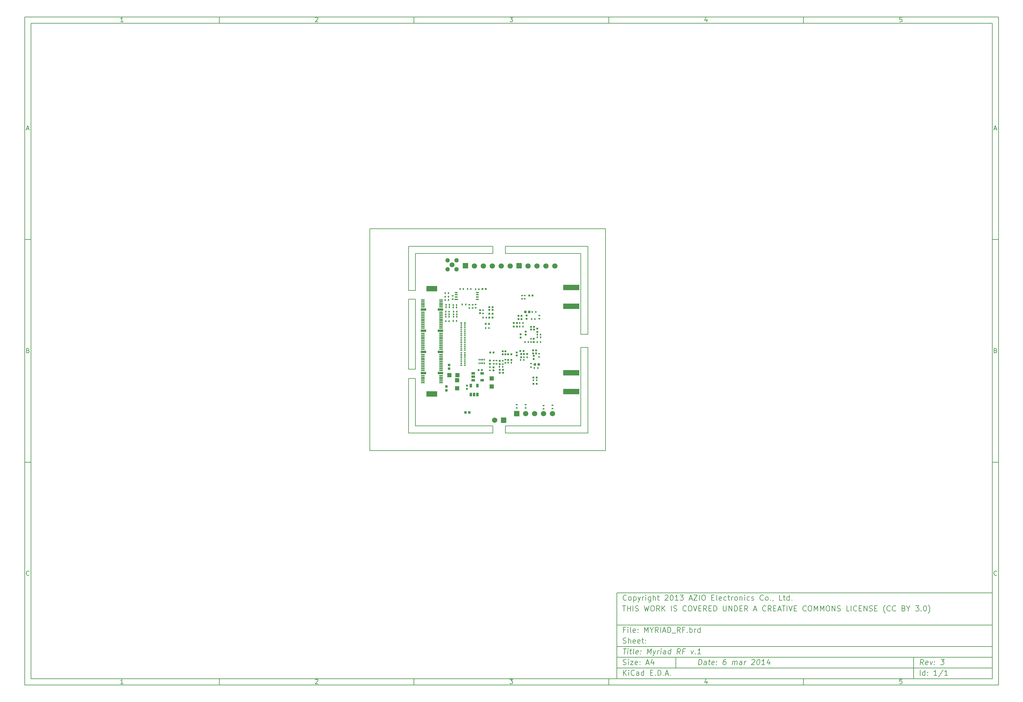
<source format=gbp>
G04 (created by PCBNEW (2013-05-31 BZR 4019)-stable) date 06/03/2014 18:54:47*
%MOIN*%
G04 Gerber Fmt 3.4, Leading zero omitted, Abs format*
%FSLAX34Y34*%
G01*
G70*
G90*
G04 APERTURE LIST*
%ADD10C,0.00590551*%
%ADD11C,0.0077*%
%ADD12R,0.0472X0.051*%
%ADD13R,0.0175X0.0195*%
%ADD14R,0.0195X0.0175*%
%ADD15R,0.0314X0.0275*%
%ADD16R,0.0275X0.0314*%
%ADD17R,0.0195X0.0195*%
%ADD18R,0.051X0.0472*%
%ADD19R,0.1849X0.0589*%
%ADD20C,0.051*%
%ADD21C,0.055*%
%ADD22C,0.0597*%
%ADD23R,0.0597X0.0597*%
%ADD24R,0.0394X0.0138*%
%ADD25O,0.0394X0.0138*%
%ADD26O,0.0394X0.0137*%
%ADD27R,0.0389X0.0271*%
%ADD28R,0.0271X0.0389*%
%ADD29R,0.0432X0.0117*%
%ADD30R,0.0589X0.0275*%
%ADD31R,0.122X0.0629*%
%ADD32R,0.0433X0.0118*%
%ADD33O,0.0235X0.0117*%
%ADD34R,0.0235X0.0117*%
%ADD35O,0.0117X0.0235*%
%ADD36R,0.0117X0.0235*%
G04 APERTURE END LIST*
G54D10*
X4000Y-4000D02*
X112930Y-4000D01*
X112930Y-78680D01*
X4000Y-78680D01*
X4000Y-4000D01*
X4700Y-4700D02*
X112230Y-4700D01*
X112230Y-77980D01*
X4700Y-77980D01*
X4700Y-4700D01*
X25780Y-4000D02*
X25780Y-4700D01*
X15032Y-4552D02*
X14747Y-4552D01*
X14890Y-4552D02*
X14890Y-4052D01*
X14842Y-4123D01*
X14794Y-4171D01*
X14747Y-4195D01*
X25780Y-78680D02*
X25780Y-77980D01*
X15032Y-78532D02*
X14747Y-78532D01*
X14890Y-78532D02*
X14890Y-78032D01*
X14842Y-78103D01*
X14794Y-78151D01*
X14747Y-78175D01*
X47560Y-4000D02*
X47560Y-4700D01*
X36527Y-4100D02*
X36550Y-4076D01*
X36598Y-4052D01*
X36717Y-4052D01*
X36765Y-4076D01*
X36789Y-4100D01*
X36812Y-4147D01*
X36812Y-4195D01*
X36789Y-4266D01*
X36503Y-4552D01*
X36812Y-4552D01*
X47560Y-78680D02*
X47560Y-77980D01*
X36527Y-78080D02*
X36550Y-78056D01*
X36598Y-78032D01*
X36717Y-78032D01*
X36765Y-78056D01*
X36789Y-78080D01*
X36812Y-78127D01*
X36812Y-78175D01*
X36789Y-78246D01*
X36503Y-78532D01*
X36812Y-78532D01*
X69340Y-4000D02*
X69340Y-4700D01*
X58283Y-4052D02*
X58592Y-4052D01*
X58426Y-4242D01*
X58497Y-4242D01*
X58545Y-4266D01*
X58569Y-4290D01*
X58592Y-4338D01*
X58592Y-4457D01*
X58569Y-4504D01*
X58545Y-4528D01*
X58497Y-4552D01*
X58354Y-4552D01*
X58307Y-4528D01*
X58283Y-4504D01*
X69340Y-78680D02*
X69340Y-77980D01*
X58283Y-78032D02*
X58592Y-78032D01*
X58426Y-78222D01*
X58497Y-78222D01*
X58545Y-78246D01*
X58569Y-78270D01*
X58592Y-78318D01*
X58592Y-78437D01*
X58569Y-78484D01*
X58545Y-78508D01*
X58497Y-78532D01*
X58354Y-78532D01*
X58307Y-78508D01*
X58283Y-78484D01*
X91120Y-4000D02*
X91120Y-4700D01*
X80325Y-4219D02*
X80325Y-4552D01*
X80206Y-4028D02*
X80087Y-4385D01*
X80396Y-4385D01*
X91120Y-78680D02*
X91120Y-77980D01*
X80325Y-78199D02*
X80325Y-78532D01*
X80206Y-78008D02*
X80087Y-78365D01*
X80396Y-78365D01*
X102129Y-4052D02*
X101890Y-4052D01*
X101867Y-4290D01*
X101890Y-4266D01*
X101938Y-4242D01*
X102057Y-4242D01*
X102105Y-4266D01*
X102129Y-4290D01*
X102152Y-4338D01*
X102152Y-4457D01*
X102129Y-4504D01*
X102105Y-4528D01*
X102057Y-4552D01*
X101938Y-4552D01*
X101890Y-4528D01*
X101867Y-4504D01*
X102129Y-78032D02*
X101890Y-78032D01*
X101867Y-78270D01*
X101890Y-78246D01*
X101938Y-78222D01*
X102057Y-78222D01*
X102105Y-78246D01*
X102129Y-78270D01*
X102152Y-78318D01*
X102152Y-78437D01*
X102129Y-78484D01*
X102105Y-78508D01*
X102057Y-78532D01*
X101938Y-78532D01*
X101890Y-78508D01*
X101867Y-78484D01*
X4000Y-28890D02*
X4700Y-28890D01*
X4230Y-16509D02*
X4469Y-16509D01*
X4183Y-16652D02*
X4350Y-16152D01*
X4516Y-16652D01*
X112930Y-28890D02*
X112230Y-28890D01*
X112460Y-16509D02*
X112699Y-16509D01*
X112413Y-16652D02*
X112580Y-16152D01*
X112746Y-16652D01*
X4000Y-53780D02*
X4700Y-53780D01*
X4385Y-41280D02*
X4457Y-41304D01*
X4480Y-41328D01*
X4504Y-41375D01*
X4504Y-41447D01*
X4480Y-41494D01*
X4457Y-41518D01*
X4409Y-41542D01*
X4219Y-41542D01*
X4219Y-41042D01*
X4385Y-41042D01*
X4433Y-41066D01*
X4457Y-41090D01*
X4480Y-41137D01*
X4480Y-41185D01*
X4457Y-41232D01*
X4433Y-41256D01*
X4385Y-41280D01*
X4219Y-41280D01*
X112930Y-53780D02*
X112230Y-53780D01*
X112615Y-41280D02*
X112687Y-41304D01*
X112710Y-41328D01*
X112734Y-41375D01*
X112734Y-41447D01*
X112710Y-41494D01*
X112687Y-41518D01*
X112639Y-41542D01*
X112449Y-41542D01*
X112449Y-41042D01*
X112615Y-41042D01*
X112663Y-41066D01*
X112687Y-41090D01*
X112710Y-41137D01*
X112710Y-41185D01*
X112687Y-41232D01*
X112663Y-41256D01*
X112615Y-41280D01*
X112449Y-41280D01*
X4504Y-66384D02*
X4480Y-66408D01*
X4409Y-66432D01*
X4361Y-66432D01*
X4290Y-66408D01*
X4242Y-66360D01*
X4219Y-66313D01*
X4195Y-66218D01*
X4195Y-66146D01*
X4219Y-66051D01*
X4242Y-66003D01*
X4290Y-65956D01*
X4361Y-65932D01*
X4409Y-65932D01*
X4480Y-65956D01*
X4504Y-65980D01*
X112734Y-66384D02*
X112710Y-66408D01*
X112639Y-66432D01*
X112591Y-66432D01*
X112520Y-66408D01*
X112472Y-66360D01*
X112449Y-66313D01*
X112425Y-66218D01*
X112425Y-66146D01*
X112449Y-66051D01*
X112472Y-66003D01*
X112520Y-65956D01*
X112591Y-65932D01*
X112639Y-65932D01*
X112710Y-65956D01*
X112734Y-65980D01*
X79380Y-76422D02*
X79455Y-75822D01*
X79597Y-75822D01*
X79680Y-75851D01*
X79730Y-75908D01*
X79751Y-75965D01*
X79765Y-76080D01*
X79755Y-76165D01*
X79712Y-76280D01*
X79676Y-76337D01*
X79612Y-76394D01*
X79522Y-76422D01*
X79380Y-76422D01*
X80237Y-76422D02*
X80276Y-76108D01*
X80255Y-76051D01*
X80201Y-76022D01*
X80087Y-76022D01*
X80026Y-76051D01*
X80240Y-76394D02*
X80180Y-76422D01*
X80037Y-76422D01*
X79983Y-76394D01*
X79962Y-76337D01*
X79969Y-76280D01*
X80005Y-76222D01*
X80065Y-76194D01*
X80208Y-76194D01*
X80269Y-76165D01*
X80487Y-76022D02*
X80715Y-76022D01*
X80597Y-75822D02*
X80533Y-76337D01*
X80555Y-76394D01*
X80608Y-76422D01*
X80665Y-76422D01*
X81097Y-76394D02*
X81037Y-76422D01*
X80922Y-76422D01*
X80869Y-76394D01*
X80847Y-76337D01*
X80876Y-76108D01*
X80912Y-76051D01*
X80972Y-76022D01*
X81087Y-76022D01*
X81140Y-76051D01*
X81162Y-76108D01*
X81155Y-76165D01*
X80862Y-76222D01*
X81387Y-76365D02*
X81412Y-76394D01*
X81380Y-76422D01*
X81355Y-76394D01*
X81387Y-76365D01*
X81380Y-76422D01*
X81426Y-76051D02*
X81451Y-76080D01*
X81419Y-76108D01*
X81394Y-76080D01*
X81426Y-76051D01*
X81419Y-76108D01*
X82455Y-75822D02*
X82340Y-75822D01*
X82279Y-75851D01*
X82247Y-75880D01*
X82180Y-75965D01*
X82137Y-76080D01*
X82108Y-76308D01*
X82130Y-76365D01*
X82155Y-76394D01*
X82208Y-76422D01*
X82322Y-76422D01*
X82383Y-76394D01*
X82415Y-76365D01*
X82451Y-76308D01*
X82469Y-76165D01*
X82447Y-76108D01*
X82422Y-76080D01*
X82369Y-76051D01*
X82254Y-76051D01*
X82194Y-76080D01*
X82162Y-76108D01*
X82126Y-76165D01*
X83151Y-76422D02*
X83201Y-76022D01*
X83194Y-76080D02*
X83226Y-76051D01*
X83287Y-76022D01*
X83372Y-76022D01*
X83426Y-76051D01*
X83447Y-76108D01*
X83408Y-76422D01*
X83447Y-76108D02*
X83483Y-76051D01*
X83544Y-76022D01*
X83630Y-76022D01*
X83683Y-76051D01*
X83705Y-76108D01*
X83665Y-76422D01*
X84208Y-76422D02*
X84247Y-76108D01*
X84226Y-76051D01*
X84172Y-76022D01*
X84058Y-76022D01*
X83997Y-76051D01*
X84212Y-76394D02*
X84151Y-76422D01*
X84008Y-76422D01*
X83955Y-76394D01*
X83933Y-76337D01*
X83940Y-76280D01*
X83976Y-76222D01*
X84037Y-76194D01*
X84180Y-76194D01*
X84240Y-76165D01*
X84494Y-76422D02*
X84544Y-76022D01*
X84530Y-76137D02*
X84565Y-76080D01*
X84597Y-76051D01*
X84658Y-76022D01*
X84715Y-76022D01*
X85362Y-75880D02*
X85394Y-75851D01*
X85455Y-75822D01*
X85597Y-75822D01*
X85651Y-75851D01*
X85676Y-75880D01*
X85697Y-75937D01*
X85690Y-75994D01*
X85651Y-76080D01*
X85265Y-76422D01*
X85637Y-76422D01*
X86083Y-75822D02*
X86140Y-75822D01*
X86194Y-75851D01*
X86219Y-75880D01*
X86240Y-75937D01*
X86255Y-76051D01*
X86237Y-76194D01*
X86194Y-76308D01*
X86158Y-76365D01*
X86126Y-76394D01*
X86065Y-76422D01*
X86008Y-76422D01*
X85955Y-76394D01*
X85930Y-76365D01*
X85908Y-76308D01*
X85894Y-76194D01*
X85912Y-76051D01*
X85955Y-75937D01*
X85990Y-75880D01*
X86022Y-75851D01*
X86083Y-75822D01*
X86780Y-76422D02*
X86437Y-76422D01*
X86608Y-76422D02*
X86683Y-75822D01*
X86615Y-75908D01*
X86551Y-75965D01*
X86490Y-75994D01*
X87344Y-76022D02*
X87294Y-76422D01*
X87230Y-75794D02*
X87033Y-76222D01*
X87405Y-76222D01*
X70972Y-77622D02*
X70972Y-77022D01*
X71315Y-77622D02*
X71058Y-77280D01*
X71315Y-77022D02*
X70972Y-77365D01*
X71572Y-77622D02*
X71572Y-77222D01*
X71572Y-77022D02*
X71544Y-77051D01*
X71572Y-77080D01*
X71601Y-77051D01*
X71572Y-77022D01*
X71572Y-77080D01*
X72201Y-77565D02*
X72172Y-77594D01*
X72087Y-77622D01*
X72030Y-77622D01*
X71944Y-77594D01*
X71887Y-77537D01*
X71858Y-77480D01*
X71830Y-77365D01*
X71830Y-77280D01*
X71858Y-77165D01*
X71887Y-77108D01*
X71944Y-77051D01*
X72030Y-77022D01*
X72087Y-77022D01*
X72172Y-77051D01*
X72201Y-77080D01*
X72715Y-77622D02*
X72715Y-77308D01*
X72687Y-77251D01*
X72630Y-77222D01*
X72515Y-77222D01*
X72458Y-77251D01*
X72715Y-77594D02*
X72658Y-77622D01*
X72515Y-77622D01*
X72458Y-77594D01*
X72430Y-77537D01*
X72430Y-77480D01*
X72458Y-77422D01*
X72515Y-77394D01*
X72658Y-77394D01*
X72715Y-77365D01*
X73258Y-77622D02*
X73258Y-77022D01*
X73258Y-77594D02*
X73201Y-77622D01*
X73087Y-77622D01*
X73030Y-77594D01*
X73001Y-77565D01*
X72972Y-77508D01*
X72972Y-77337D01*
X73001Y-77280D01*
X73030Y-77251D01*
X73087Y-77222D01*
X73201Y-77222D01*
X73258Y-77251D01*
X74001Y-77308D02*
X74201Y-77308D01*
X74287Y-77622D02*
X74001Y-77622D01*
X74001Y-77022D01*
X74287Y-77022D01*
X74544Y-77565D02*
X74572Y-77594D01*
X74544Y-77622D01*
X74515Y-77594D01*
X74544Y-77565D01*
X74544Y-77622D01*
X74829Y-77622D02*
X74829Y-77022D01*
X74972Y-77022D01*
X75058Y-77051D01*
X75115Y-77108D01*
X75144Y-77165D01*
X75172Y-77280D01*
X75172Y-77365D01*
X75144Y-77480D01*
X75115Y-77537D01*
X75058Y-77594D01*
X74972Y-77622D01*
X74829Y-77622D01*
X75429Y-77565D02*
X75458Y-77594D01*
X75429Y-77622D01*
X75401Y-77594D01*
X75429Y-77565D01*
X75429Y-77622D01*
X75687Y-77451D02*
X75972Y-77451D01*
X75629Y-77622D02*
X75829Y-77022D01*
X76029Y-77622D01*
X76229Y-77565D02*
X76258Y-77594D01*
X76229Y-77622D01*
X76201Y-77594D01*
X76229Y-77565D01*
X76229Y-77622D01*
X104522Y-76422D02*
X104358Y-76137D01*
X104180Y-76422D02*
X104255Y-75822D01*
X104483Y-75822D01*
X104537Y-75851D01*
X104562Y-75880D01*
X104583Y-75937D01*
X104572Y-76022D01*
X104537Y-76080D01*
X104505Y-76108D01*
X104444Y-76137D01*
X104215Y-76137D01*
X105012Y-76394D02*
X104951Y-76422D01*
X104837Y-76422D01*
X104783Y-76394D01*
X104762Y-76337D01*
X104790Y-76108D01*
X104826Y-76051D01*
X104887Y-76022D01*
X105001Y-76022D01*
X105055Y-76051D01*
X105076Y-76108D01*
X105069Y-76165D01*
X104776Y-76222D01*
X105287Y-76022D02*
X105380Y-76422D01*
X105572Y-76022D01*
X105758Y-76365D02*
X105783Y-76394D01*
X105751Y-76422D01*
X105726Y-76394D01*
X105758Y-76365D01*
X105751Y-76422D01*
X105797Y-76051D02*
X105822Y-76080D01*
X105790Y-76108D01*
X105765Y-76080D01*
X105797Y-76051D01*
X105790Y-76108D01*
X106512Y-75822D02*
X106883Y-75822D01*
X106655Y-76051D01*
X106740Y-76051D01*
X106794Y-76080D01*
X106819Y-76108D01*
X106840Y-76165D01*
X106822Y-76308D01*
X106787Y-76365D01*
X106755Y-76394D01*
X106694Y-76422D01*
X106522Y-76422D01*
X106469Y-76394D01*
X106444Y-76365D01*
X70944Y-76394D02*
X71030Y-76422D01*
X71172Y-76422D01*
X71230Y-76394D01*
X71258Y-76365D01*
X71287Y-76308D01*
X71287Y-76251D01*
X71258Y-76194D01*
X71230Y-76165D01*
X71172Y-76137D01*
X71058Y-76108D01*
X71001Y-76080D01*
X70972Y-76051D01*
X70944Y-75994D01*
X70944Y-75937D01*
X70972Y-75880D01*
X71001Y-75851D01*
X71058Y-75822D01*
X71201Y-75822D01*
X71287Y-75851D01*
X71544Y-76422D02*
X71544Y-76022D01*
X71544Y-75822D02*
X71515Y-75851D01*
X71544Y-75880D01*
X71572Y-75851D01*
X71544Y-75822D01*
X71544Y-75880D01*
X71772Y-76022D02*
X72087Y-76022D01*
X71772Y-76422D01*
X72087Y-76422D01*
X72544Y-76394D02*
X72487Y-76422D01*
X72372Y-76422D01*
X72315Y-76394D01*
X72287Y-76337D01*
X72287Y-76108D01*
X72315Y-76051D01*
X72372Y-76022D01*
X72487Y-76022D01*
X72544Y-76051D01*
X72572Y-76108D01*
X72572Y-76165D01*
X72287Y-76222D01*
X72830Y-76365D02*
X72858Y-76394D01*
X72830Y-76422D01*
X72801Y-76394D01*
X72830Y-76365D01*
X72830Y-76422D01*
X72830Y-76051D02*
X72858Y-76080D01*
X72830Y-76108D01*
X72801Y-76080D01*
X72830Y-76051D01*
X72830Y-76108D01*
X73544Y-76251D02*
X73830Y-76251D01*
X73487Y-76422D02*
X73687Y-75822D01*
X73887Y-76422D01*
X74344Y-76022D02*
X74344Y-76422D01*
X74201Y-75794D02*
X74058Y-76222D01*
X74430Y-76222D01*
X104172Y-77622D02*
X104172Y-77022D01*
X104715Y-77622D02*
X104715Y-77022D01*
X104715Y-77594D02*
X104658Y-77622D01*
X104544Y-77622D01*
X104487Y-77594D01*
X104458Y-77565D01*
X104430Y-77508D01*
X104430Y-77337D01*
X104458Y-77280D01*
X104487Y-77251D01*
X104544Y-77222D01*
X104658Y-77222D01*
X104715Y-77251D01*
X105001Y-77565D02*
X105030Y-77594D01*
X105001Y-77622D01*
X104972Y-77594D01*
X105001Y-77565D01*
X105001Y-77622D01*
X105001Y-77251D02*
X105030Y-77280D01*
X105001Y-77308D01*
X104972Y-77280D01*
X105001Y-77251D01*
X105001Y-77308D01*
X106058Y-77622D02*
X105715Y-77622D01*
X105887Y-77622D02*
X105887Y-77022D01*
X105829Y-77108D01*
X105772Y-77165D01*
X105715Y-77194D01*
X106744Y-76994D02*
X106230Y-77765D01*
X107258Y-77622D02*
X106915Y-77622D01*
X107087Y-77622D02*
X107087Y-77022D01*
X107029Y-77108D01*
X106972Y-77165D01*
X106915Y-77194D01*
X70969Y-74622D02*
X71312Y-74622D01*
X71065Y-75222D02*
X71140Y-74622D01*
X71437Y-75222D02*
X71487Y-74822D01*
X71512Y-74622D02*
X71480Y-74651D01*
X71505Y-74680D01*
X71537Y-74651D01*
X71512Y-74622D01*
X71505Y-74680D01*
X71687Y-74822D02*
X71915Y-74822D01*
X71797Y-74622D02*
X71733Y-75137D01*
X71755Y-75194D01*
X71808Y-75222D01*
X71865Y-75222D01*
X72151Y-75222D02*
X72097Y-75194D01*
X72076Y-75137D01*
X72140Y-74622D01*
X72612Y-75194D02*
X72551Y-75222D01*
X72437Y-75222D01*
X72383Y-75194D01*
X72362Y-75137D01*
X72390Y-74908D01*
X72426Y-74851D01*
X72487Y-74822D01*
X72601Y-74822D01*
X72655Y-74851D01*
X72676Y-74908D01*
X72669Y-74965D01*
X72376Y-75022D01*
X72901Y-75165D02*
X72926Y-75194D01*
X72894Y-75222D01*
X72869Y-75194D01*
X72901Y-75165D01*
X72894Y-75222D01*
X72940Y-74851D02*
X72965Y-74880D01*
X72933Y-74908D01*
X72908Y-74880D01*
X72940Y-74851D01*
X72933Y-74908D01*
X73637Y-75222D02*
X73712Y-74622D01*
X73858Y-75051D01*
X74112Y-74622D01*
X74037Y-75222D01*
X74315Y-74822D02*
X74408Y-75222D01*
X74601Y-74822D02*
X74408Y-75222D01*
X74333Y-75365D01*
X74301Y-75394D01*
X74240Y-75422D01*
X74780Y-75222D02*
X74830Y-74822D01*
X74815Y-74937D02*
X74851Y-74880D01*
X74883Y-74851D01*
X74944Y-74822D01*
X75001Y-74822D01*
X75151Y-75222D02*
X75201Y-74822D01*
X75226Y-74622D02*
X75194Y-74651D01*
X75219Y-74680D01*
X75251Y-74651D01*
X75226Y-74622D01*
X75219Y-74680D01*
X75694Y-75222D02*
X75733Y-74908D01*
X75712Y-74851D01*
X75658Y-74822D01*
X75544Y-74822D01*
X75483Y-74851D01*
X75697Y-75194D02*
X75637Y-75222D01*
X75494Y-75222D01*
X75440Y-75194D01*
X75419Y-75137D01*
X75426Y-75080D01*
X75462Y-75022D01*
X75522Y-74994D01*
X75665Y-74994D01*
X75726Y-74965D01*
X76237Y-75222D02*
X76312Y-74622D01*
X76240Y-75194D02*
X76180Y-75222D01*
X76065Y-75222D01*
X76012Y-75194D01*
X75987Y-75165D01*
X75965Y-75108D01*
X75987Y-74937D01*
X76022Y-74880D01*
X76055Y-74851D01*
X76115Y-74822D01*
X76230Y-74822D01*
X76283Y-74851D01*
X77322Y-75222D02*
X77158Y-74937D01*
X76980Y-75222D02*
X77055Y-74622D01*
X77283Y-74622D01*
X77337Y-74651D01*
X77362Y-74680D01*
X77383Y-74737D01*
X77372Y-74822D01*
X77337Y-74880D01*
X77305Y-74908D01*
X77244Y-74937D01*
X77015Y-74937D01*
X77819Y-74908D02*
X77619Y-74908D01*
X77580Y-75222D02*
X77655Y-74622D01*
X77940Y-74622D01*
X78544Y-74822D02*
X78637Y-75222D01*
X78830Y-74822D01*
X79015Y-75165D02*
X79040Y-75194D01*
X79008Y-75222D01*
X78983Y-75194D01*
X79015Y-75165D01*
X79008Y-75222D01*
X79608Y-75222D02*
X79265Y-75222D01*
X79437Y-75222D02*
X79512Y-74622D01*
X79444Y-74708D01*
X79380Y-74765D01*
X79319Y-74794D01*
X71172Y-72508D02*
X70972Y-72508D01*
X70972Y-72822D02*
X70972Y-72222D01*
X71258Y-72222D01*
X71487Y-72822D02*
X71487Y-72422D01*
X71487Y-72222D02*
X71458Y-72251D01*
X71487Y-72280D01*
X71515Y-72251D01*
X71487Y-72222D01*
X71487Y-72280D01*
X71858Y-72822D02*
X71801Y-72794D01*
X71772Y-72737D01*
X71772Y-72222D01*
X72315Y-72794D02*
X72258Y-72822D01*
X72144Y-72822D01*
X72087Y-72794D01*
X72058Y-72737D01*
X72058Y-72508D01*
X72087Y-72451D01*
X72144Y-72422D01*
X72258Y-72422D01*
X72315Y-72451D01*
X72344Y-72508D01*
X72344Y-72565D01*
X72058Y-72622D01*
X72601Y-72765D02*
X72630Y-72794D01*
X72601Y-72822D01*
X72572Y-72794D01*
X72601Y-72765D01*
X72601Y-72822D01*
X72601Y-72451D02*
X72630Y-72480D01*
X72601Y-72508D01*
X72572Y-72480D01*
X72601Y-72451D01*
X72601Y-72508D01*
X73344Y-72822D02*
X73344Y-72222D01*
X73544Y-72651D01*
X73744Y-72222D01*
X73744Y-72822D01*
X74144Y-72537D02*
X74144Y-72822D01*
X73944Y-72222D02*
X74144Y-72537D01*
X74344Y-72222D01*
X74887Y-72822D02*
X74687Y-72537D01*
X74544Y-72822D02*
X74544Y-72222D01*
X74772Y-72222D01*
X74830Y-72251D01*
X74858Y-72280D01*
X74887Y-72337D01*
X74887Y-72422D01*
X74858Y-72480D01*
X74830Y-72508D01*
X74772Y-72537D01*
X74544Y-72537D01*
X75144Y-72822D02*
X75144Y-72222D01*
X75401Y-72651D02*
X75687Y-72651D01*
X75344Y-72822D02*
X75544Y-72222D01*
X75744Y-72822D01*
X75944Y-72822D02*
X75944Y-72222D01*
X76087Y-72222D01*
X76172Y-72251D01*
X76230Y-72308D01*
X76258Y-72365D01*
X76287Y-72480D01*
X76287Y-72565D01*
X76258Y-72680D01*
X76230Y-72737D01*
X76172Y-72794D01*
X76087Y-72822D01*
X75944Y-72822D01*
X76401Y-72880D02*
X76858Y-72880D01*
X77344Y-72822D02*
X77144Y-72537D01*
X77001Y-72822D02*
X77001Y-72222D01*
X77230Y-72222D01*
X77287Y-72251D01*
X77315Y-72280D01*
X77344Y-72337D01*
X77344Y-72422D01*
X77315Y-72480D01*
X77287Y-72508D01*
X77230Y-72537D01*
X77001Y-72537D01*
X77801Y-72508D02*
X77601Y-72508D01*
X77601Y-72822D02*
X77601Y-72222D01*
X77887Y-72222D01*
X78115Y-72765D02*
X78144Y-72794D01*
X78115Y-72822D01*
X78087Y-72794D01*
X78115Y-72765D01*
X78115Y-72822D01*
X78401Y-72822D02*
X78401Y-72222D01*
X78401Y-72451D02*
X78458Y-72422D01*
X78572Y-72422D01*
X78630Y-72451D01*
X78658Y-72480D01*
X78687Y-72537D01*
X78687Y-72708D01*
X78658Y-72765D01*
X78630Y-72794D01*
X78572Y-72822D01*
X78458Y-72822D01*
X78401Y-72794D01*
X78944Y-72822D02*
X78944Y-72422D01*
X78944Y-72537D02*
X78972Y-72480D01*
X79001Y-72451D01*
X79058Y-72422D01*
X79115Y-72422D01*
X79572Y-72822D02*
X79572Y-72222D01*
X79572Y-72794D02*
X79515Y-72822D01*
X79401Y-72822D01*
X79344Y-72794D01*
X79315Y-72765D01*
X79287Y-72708D01*
X79287Y-72537D01*
X79315Y-72480D01*
X79344Y-72451D01*
X79401Y-72422D01*
X79515Y-72422D01*
X79572Y-72451D01*
X70944Y-73994D02*
X71030Y-74022D01*
X71172Y-74022D01*
X71230Y-73994D01*
X71258Y-73965D01*
X71287Y-73908D01*
X71287Y-73851D01*
X71258Y-73794D01*
X71230Y-73765D01*
X71172Y-73737D01*
X71058Y-73708D01*
X71001Y-73680D01*
X70972Y-73651D01*
X70944Y-73594D01*
X70944Y-73537D01*
X70972Y-73480D01*
X71001Y-73451D01*
X71058Y-73422D01*
X71201Y-73422D01*
X71287Y-73451D01*
X71544Y-74022D02*
X71544Y-73422D01*
X71801Y-74022D02*
X71801Y-73708D01*
X71772Y-73651D01*
X71715Y-73622D01*
X71630Y-73622D01*
X71572Y-73651D01*
X71544Y-73680D01*
X72315Y-73994D02*
X72258Y-74022D01*
X72144Y-74022D01*
X72087Y-73994D01*
X72058Y-73937D01*
X72058Y-73708D01*
X72087Y-73651D01*
X72144Y-73622D01*
X72258Y-73622D01*
X72315Y-73651D01*
X72344Y-73708D01*
X72344Y-73765D01*
X72058Y-73822D01*
X72830Y-73994D02*
X72772Y-74022D01*
X72658Y-74022D01*
X72601Y-73994D01*
X72572Y-73937D01*
X72572Y-73708D01*
X72601Y-73651D01*
X72658Y-73622D01*
X72772Y-73622D01*
X72830Y-73651D01*
X72858Y-73708D01*
X72858Y-73765D01*
X72572Y-73822D01*
X73030Y-73622D02*
X73258Y-73622D01*
X73115Y-73422D02*
X73115Y-73937D01*
X73144Y-73994D01*
X73201Y-74022D01*
X73258Y-74022D01*
X73458Y-73965D02*
X73487Y-73994D01*
X73458Y-74022D01*
X73430Y-73994D01*
X73458Y-73965D01*
X73458Y-74022D01*
X73458Y-73651D02*
X73487Y-73680D01*
X73458Y-73708D01*
X73430Y-73680D01*
X73458Y-73651D01*
X73458Y-73708D01*
X70887Y-69822D02*
X71230Y-69822D01*
X71058Y-70422D02*
X71058Y-69822D01*
X71430Y-70422D02*
X71430Y-69822D01*
X71430Y-70108D02*
X71772Y-70108D01*
X71772Y-70422D02*
X71772Y-69822D01*
X72058Y-70422D02*
X72058Y-69822D01*
X72315Y-70394D02*
X72401Y-70422D01*
X72544Y-70422D01*
X72601Y-70394D01*
X72629Y-70365D01*
X72658Y-70308D01*
X72658Y-70251D01*
X72629Y-70194D01*
X72601Y-70165D01*
X72544Y-70137D01*
X72429Y-70108D01*
X72372Y-70080D01*
X72344Y-70051D01*
X72315Y-69994D01*
X72315Y-69937D01*
X72344Y-69880D01*
X72372Y-69851D01*
X72429Y-69822D01*
X72572Y-69822D01*
X72658Y-69851D01*
X73315Y-69822D02*
X73458Y-70422D01*
X73572Y-69994D01*
X73687Y-70422D01*
X73830Y-69822D01*
X74172Y-69822D02*
X74287Y-69822D01*
X74344Y-69851D01*
X74401Y-69908D01*
X74430Y-70022D01*
X74430Y-70222D01*
X74401Y-70337D01*
X74344Y-70394D01*
X74287Y-70422D01*
X74172Y-70422D01*
X74115Y-70394D01*
X74058Y-70337D01*
X74030Y-70222D01*
X74030Y-70022D01*
X74058Y-69908D01*
X74115Y-69851D01*
X74172Y-69822D01*
X75029Y-70422D02*
X74829Y-70137D01*
X74687Y-70422D02*
X74687Y-69822D01*
X74915Y-69822D01*
X74972Y-69851D01*
X75001Y-69880D01*
X75029Y-69937D01*
X75029Y-70022D01*
X75001Y-70080D01*
X74972Y-70108D01*
X74915Y-70137D01*
X74687Y-70137D01*
X75287Y-70422D02*
X75287Y-69822D01*
X75629Y-70422D02*
X75372Y-70080D01*
X75629Y-69822D02*
X75287Y-70165D01*
X76344Y-70422D02*
X76344Y-69822D01*
X76601Y-70394D02*
X76687Y-70422D01*
X76829Y-70422D01*
X76887Y-70394D01*
X76915Y-70365D01*
X76944Y-70308D01*
X76944Y-70251D01*
X76915Y-70194D01*
X76887Y-70165D01*
X76829Y-70137D01*
X76715Y-70108D01*
X76658Y-70080D01*
X76629Y-70051D01*
X76601Y-69994D01*
X76601Y-69937D01*
X76629Y-69880D01*
X76658Y-69851D01*
X76715Y-69822D01*
X76858Y-69822D01*
X76944Y-69851D01*
X78001Y-70365D02*
X77972Y-70394D01*
X77887Y-70422D01*
X77830Y-70422D01*
X77744Y-70394D01*
X77687Y-70337D01*
X77658Y-70280D01*
X77630Y-70165D01*
X77630Y-70080D01*
X77658Y-69965D01*
X77687Y-69908D01*
X77744Y-69851D01*
X77830Y-69822D01*
X77887Y-69822D01*
X77972Y-69851D01*
X78001Y-69880D01*
X78372Y-69822D02*
X78487Y-69822D01*
X78544Y-69851D01*
X78601Y-69908D01*
X78630Y-70022D01*
X78630Y-70222D01*
X78601Y-70337D01*
X78544Y-70394D01*
X78487Y-70422D01*
X78372Y-70422D01*
X78315Y-70394D01*
X78258Y-70337D01*
X78230Y-70222D01*
X78230Y-70022D01*
X78258Y-69908D01*
X78315Y-69851D01*
X78372Y-69822D01*
X78801Y-69822D02*
X79001Y-70422D01*
X79201Y-69822D01*
X79401Y-70108D02*
X79601Y-70108D01*
X79687Y-70422D02*
X79401Y-70422D01*
X79401Y-69822D01*
X79687Y-69822D01*
X80287Y-70422D02*
X80087Y-70137D01*
X79944Y-70422D02*
X79944Y-69822D01*
X80172Y-69822D01*
X80229Y-69851D01*
X80258Y-69880D01*
X80287Y-69937D01*
X80287Y-70022D01*
X80258Y-70080D01*
X80229Y-70108D01*
X80172Y-70137D01*
X79944Y-70137D01*
X80544Y-70108D02*
X80744Y-70108D01*
X80829Y-70422D02*
X80544Y-70422D01*
X80544Y-69822D01*
X80829Y-69822D01*
X81087Y-70422D02*
X81087Y-69822D01*
X81229Y-69822D01*
X81315Y-69851D01*
X81372Y-69908D01*
X81401Y-69965D01*
X81429Y-70080D01*
X81429Y-70165D01*
X81401Y-70280D01*
X81372Y-70337D01*
X81315Y-70394D01*
X81229Y-70422D01*
X81087Y-70422D01*
X82144Y-69822D02*
X82144Y-70308D01*
X82172Y-70365D01*
X82201Y-70394D01*
X82258Y-70422D01*
X82372Y-70422D01*
X82429Y-70394D01*
X82458Y-70365D01*
X82487Y-70308D01*
X82487Y-69822D01*
X82772Y-70422D02*
X82772Y-69822D01*
X83115Y-70422D01*
X83115Y-69822D01*
X83401Y-70422D02*
X83401Y-69822D01*
X83544Y-69822D01*
X83629Y-69851D01*
X83687Y-69908D01*
X83715Y-69965D01*
X83744Y-70080D01*
X83744Y-70165D01*
X83715Y-70280D01*
X83687Y-70337D01*
X83629Y-70394D01*
X83544Y-70422D01*
X83401Y-70422D01*
X84001Y-70108D02*
X84201Y-70108D01*
X84287Y-70422D02*
X84001Y-70422D01*
X84001Y-69822D01*
X84287Y-69822D01*
X84887Y-70422D02*
X84687Y-70137D01*
X84544Y-70422D02*
X84544Y-69822D01*
X84772Y-69822D01*
X84829Y-69851D01*
X84858Y-69880D01*
X84887Y-69937D01*
X84887Y-70022D01*
X84858Y-70080D01*
X84829Y-70108D01*
X84772Y-70137D01*
X84544Y-70137D01*
X85572Y-70251D02*
X85858Y-70251D01*
X85515Y-70422D02*
X85715Y-69822D01*
X85915Y-70422D01*
X86915Y-70365D02*
X86887Y-70394D01*
X86801Y-70422D01*
X86744Y-70422D01*
X86658Y-70394D01*
X86601Y-70337D01*
X86572Y-70280D01*
X86544Y-70165D01*
X86544Y-70080D01*
X86572Y-69965D01*
X86601Y-69908D01*
X86658Y-69851D01*
X86744Y-69822D01*
X86801Y-69822D01*
X86887Y-69851D01*
X86915Y-69880D01*
X87515Y-70422D02*
X87315Y-70137D01*
X87172Y-70422D02*
X87172Y-69822D01*
X87401Y-69822D01*
X87458Y-69851D01*
X87487Y-69880D01*
X87515Y-69937D01*
X87515Y-70022D01*
X87487Y-70080D01*
X87458Y-70108D01*
X87401Y-70137D01*
X87172Y-70137D01*
X87772Y-70108D02*
X87972Y-70108D01*
X88058Y-70422D02*
X87772Y-70422D01*
X87772Y-69822D01*
X88058Y-69822D01*
X88287Y-70251D02*
X88572Y-70251D01*
X88229Y-70422D02*
X88429Y-69822D01*
X88629Y-70422D01*
X88744Y-69822D02*
X89087Y-69822D01*
X88915Y-70422D02*
X88915Y-69822D01*
X89287Y-70422D02*
X89287Y-69822D01*
X89487Y-69822D02*
X89687Y-70422D01*
X89887Y-69822D01*
X90087Y-70108D02*
X90287Y-70108D01*
X90372Y-70422D02*
X90087Y-70422D01*
X90087Y-69822D01*
X90372Y-69822D01*
X91429Y-70365D02*
X91401Y-70394D01*
X91315Y-70422D01*
X91258Y-70422D01*
X91172Y-70394D01*
X91115Y-70337D01*
X91087Y-70280D01*
X91058Y-70165D01*
X91058Y-70080D01*
X91087Y-69965D01*
X91115Y-69908D01*
X91172Y-69851D01*
X91258Y-69822D01*
X91315Y-69822D01*
X91401Y-69851D01*
X91429Y-69880D01*
X91801Y-69822D02*
X91915Y-69822D01*
X91972Y-69851D01*
X92029Y-69908D01*
X92058Y-70022D01*
X92058Y-70222D01*
X92029Y-70337D01*
X91972Y-70394D01*
X91915Y-70422D01*
X91801Y-70422D01*
X91744Y-70394D01*
X91687Y-70337D01*
X91658Y-70222D01*
X91658Y-70022D01*
X91687Y-69908D01*
X91744Y-69851D01*
X91801Y-69822D01*
X92315Y-70422D02*
X92315Y-69822D01*
X92515Y-70251D01*
X92715Y-69822D01*
X92715Y-70422D01*
X93001Y-70422D02*
X93001Y-69822D01*
X93201Y-70251D01*
X93401Y-69822D01*
X93401Y-70422D01*
X93801Y-69822D02*
X93915Y-69822D01*
X93972Y-69851D01*
X94029Y-69908D01*
X94058Y-70022D01*
X94058Y-70222D01*
X94029Y-70337D01*
X93972Y-70394D01*
X93915Y-70422D01*
X93801Y-70422D01*
X93744Y-70394D01*
X93687Y-70337D01*
X93658Y-70222D01*
X93658Y-70022D01*
X93687Y-69908D01*
X93744Y-69851D01*
X93801Y-69822D01*
X94315Y-70422D02*
X94315Y-69822D01*
X94658Y-70422D01*
X94658Y-69822D01*
X94915Y-70394D02*
X95001Y-70422D01*
X95144Y-70422D01*
X95201Y-70394D01*
X95229Y-70365D01*
X95258Y-70308D01*
X95258Y-70251D01*
X95229Y-70194D01*
X95201Y-70165D01*
X95144Y-70137D01*
X95029Y-70108D01*
X94972Y-70080D01*
X94944Y-70051D01*
X94915Y-69994D01*
X94915Y-69937D01*
X94944Y-69880D01*
X94972Y-69851D01*
X95029Y-69822D01*
X95172Y-69822D01*
X95258Y-69851D01*
X96258Y-70422D02*
X95972Y-70422D01*
X95972Y-69822D01*
X96458Y-70422D02*
X96458Y-69822D01*
X97087Y-70365D02*
X97058Y-70394D01*
X96972Y-70422D01*
X96915Y-70422D01*
X96829Y-70394D01*
X96772Y-70337D01*
X96744Y-70280D01*
X96715Y-70165D01*
X96715Y-70080D01*
X96744Y-69965D01*
X96772Y-69908D01*
X96829Y-69851D01*
X96915Y-69822D01*
X96972Y-69822D01*
X97058Y-69851D01*
X97087Y-69880D01*
X97344Y-70108D02*
X97544Y-70108D01*
X97629Y-70422D02*
X97344Y-70422D01*
X97344Y-69822D01*
X97629Y-69822D01*
X97887Y-70422D02*
X97887Y-69822D01*
X98229Y-70422D01*
X98229Y-69822D01*
X98487Y-70394D02*
X98572Y-70422D01*
X98715Y-70422D01*
X98772Y-70394D01*
X98801Y-70365D01*
X98829Y-70308D01*
X98829Y-70251D01*
X98801Y-70194D01*
X98772Y-70165D01*
X98715Y-70137D01*
X98601Y-70108D01*
X98544Y-70080D01*
X98515Y-70051D01*
X98487Y-69994D01*
X98487Y-69937D01*
X98515Y-69880D01*
X98544Y-69851D01*
X98601Y-69822D01*
X98744Y-69822D01*
X98829Y-69851D01*
X99087Y-70108D02*
X99287Y-70108D01*
X99372Y-70422D02*
X99087Y-70422D01*
X99087Y-69822D01*
X99372Y-69822D01*
X100258Y-70651D02*
X100229Y-70622D01*
X100172Y-70537D01*
X100144Y-70480D01*
X100115Y-70394D01*
X100087Y-70251D01*
X100087Y-70137D01*
X100115Y-69994D01*
X100144Y-69908D01*
X100172Y-69851D01*
X100229Y-69765D01*
X100258Y-69737D01*
X100829Y-70365D02*
X100801Y-70394D01*
X100715Y-70422D01*
X100658Y-70422D01*
X100572Y-70394D01*
X100515Y-70337D01*
X100487Y-70280D01*
X100458Y-70165D01*
X100458Y-70080D01*
X100487Y-69965D01*
X100515Y-69908D01*
X100572Y-69851D01*
X100658Y-69822D01*
X100715Y-69822D01*
X100801Y-69851D01*
X100829Y-69880D01*
X101429Y-70365D02*
X101401Y-70394D01*
X101315Y-70422D01*
X101258Y-70422D01*
X101172Y-70394D01*
X101115Y-70337D01*
X101087Y-70280D01*
X101058Y-70165D01*
X101058Y-70080D01*
X101087Y-69965D01*
X101115Y-69908D01*
X101172Y-69851D01*
X101258Y-69822D01*
X101315Y-69822D01*
X101401Y-69851D01*
X101429Y-69880D01*
X102344Y-70108D02*
X102429Y-70137D01*
X102458Y-70165D01*
X102487Y-70222D01*
X102487Y-70308D01*
X102458Y-70365D01*
X102429Y-70394D01*
X102372Y-70422D01*
X102144Y-70422D01*
X102144Y-69822D01*
X102344Y-69822D01*
X102401Y-69851D01*
X102429Y-69880D01*
X102458Y-69937D01*
X102458Y-69994D01*
X102429Y-70051D01*
X102401Y-70080D01*
X102344Y-70108D01*
X102144Y-70108D01*
X102858Y-70137D02*
X102858Y-70422D01*
X102658Y-69822D02*
X102858Y-70137D01*
X103058Y-69822D01*
X103658Y-69822D02*
X104029Y-69822D01*
X103829Y-70051D01*
X103915Y-70051D01*
X103972Y-70080D01*
X104001Y-70108D01*
X104029Y-70165D01*
X104029Y-70308D01*
X104001Y-70365D01*
X103972Y-70394D01*
X103915Y-70422D01*
X103744Y-70422D01*
X103687Y-70394D01*
X103658Y-70365D01*
X104287Y-70365D02*
X104315Y-70394D01*
X104287Y-70422D01*
X104258Y-70394D01*
X104287Y-70365D01*
X104287Y-70422D01*
X104687Y-69822D02*
X104744Y-69822D01*
X104801Y-69851D01*
X104829Y-69880D01*
X104858Y-69937D01*
X104887Y-70051D01*
X104887Y-70194D01*
X104858Y-70308D01*
X104829Y-70365D01*
X104801Y-70394D01*
X104744Y-70422D01*
X104687Y-70422D01*
X104629Y-70394D01*
X104601Y-70365D01*
X104572Y-70308D01*
X104544Y-70194D01*
X104544Y-70051D01*
X104572Y-69937D01*
X104601Y-69880D01*
X104629Y-69851D01*
X104687Y-69822D01*
X105087Y-70651D02*
X105115Y-70622D01*
X105172Y-70537D01*
X105201Y-70480D01*
X105229Y-70394D01*
X105258Y-70251D01*
X105258Y-70137D01*
X105229Y-69994D01*
X105201Y-69908D01*
X105172Y-69851D01*
X105115Y-69765D01*
X105087Y-69737D01*
X71315Y-69165D02*
X71287Y-69194D01*
X71201Y-69222D01*
X71144Y-69222D01*
X71058Y-69194D01*
X71001Y-69137D01*
X70972Y-69080D01*
X70944Y-68965D01*
X70944Y-68880D01*
X70972Y-68765D01*
X71001Y-68708D01*
X71058Y-68651D01*
X71144Y-68622D01*
X71201Y-68622D01*
X71287Y-68651D01*
X71315Y-68680D01*
X71658Y-69222D02*
X71601Y-69194D01*
X71572Y-69165D01*
X71544Y-69108D01*
X71544Y-68937D01*
X71572Y-68880D01*
X71601Y-68851D01*
X71658Y-68822D01*
X71744Y-68822D01*
X71801Y-68851D01*
X71830Y-68880D01*
X71858Y-68937D01*
X71858Y-69108D01*
X71830Y-69165D01*
X71801Y-69194D01*
X71744Y-69222D01*
X71658Y-69222D01*
X72115Y-68822D02*
X72115Y-69422D01*
X72115Y-68851D02*
X72172Y-68822D01*
X72287Y-68822D01*
X72344Y-68851D01*
X72372Y-68880D01*
X72401Y-68937D01*
X72401Y-69108D01*
X72372Y-69165D01*
X72344Y-69194D01*
X72287Y-69222D01*
X72172Y-69222D01*
X72115Y-69194D01*
X72601Y-68822D02*
X72744Y-69222D01*
X72887Y-68822D02*
X72744Y-69222D01*
X72687Y-69365D01*
X72658Y-69394D01*
X72601Y-69422D01*
X73115Y-69222D02*
X73115Y-68822D01*
X73115Y-68937D02*
X73144Y-68880D01*
X73172Y-68851D01*
X73230Y-68822D01*
X73287Y-68822D01*
X73487Y-69222D02*
X73487Y-68822D01*
X73487Y-68622D02*
X73458Y-68651D01*
X73487Y-68680D01*
X73515Y-68651D01*
X73487Y-68622D01*
X73487Y-68680D01*
X74030Y-68822D02*
X74030Y-69308D01*
X74001Y-69365D01*
X73972Y-69394D01*
X73915Y-69422D01*
X73830Y-69422D01*
X73772Y-69394D01*
X74030Y-69194D02*
X73972Y-69222D01*
X73858Y-69222D01*
X73801Y-69194D01*
X73772Y-69165D01*
X73744Y-69108D01*
X73744Y-68937D01*
X73772Y-68880D01*
X73801Y-68851D01*
X73858Y-68822D01*
X73972Y-68822D01*
X74030Y-68851D01*
X74315Y-69222D02*
X74315Y-68622D01*
X74572Y-69222D02*
X74572Y-68908D01*
X74544Y-68851D01*
X74487Y-68822D01*
X74401Y-68822D01*
X74344Y-68851D01*
X74315Y-68880D01*
X74772Y-68822D02*
X75001Y-68822D01*
X74858Y-68622D02*
X74858Y-69137D01*
X74887Y-69194D01*
X74944Y-69222D01*
X75001Y-69222D01*
X75630Y-68680D02*
X75658Y-68651D01*
X75715Y-68622D01*
X75858Y-68622D01*
X75915Y-68651D01*
X75944Y-68680D01*
X75972Y-68737D01*
X75972Y-68794D01*
X75944Y-68880D01*
X75601Y-69222D01*
X75972Y-69222D01*
X76344Y-68622D02*
X76401Y-68622D01*
X76458Y-68651D01*
X76487Y-68680D01*
X76515Y-68737D01*
X76544Y-68851D01*
X76544Y-68994D01*
X76515Y-69108D01*
X76487Y-69165D01*
X76458Y-69194D01*
X76401Y-69222D01*
X76344Y-69222D01*
X76287Y-69194D01*
X76258Y-69165D01*
X76230Y-69108D01*
X76201Y-68994D01*
X76201Y-68851D01*
X76230Y-68737D01*
X76258Y-68680D01*
X76287Y-68651D01*
X76344Y-68622D01*
X77115Y-69222D02*
X76772Y-69222D01*
X76944Y-69222D02*
X76944Y-68622D01*
X76887Y-68708D01*
X76830Y-68765D01*
X76772Y-68794D01*
X77315Y-68622D02*
X77687Y-68622D01*
X77487Y-68851D01*
X77572Y-68851D01*
X77630Y-68880D01*
X77658Y-68908D01*
X77687Y-68965D01*
X77687Y-69108D01*
X77658Y-69165D01*
X77630Y-69194D01*
X77572Y-69222D01*
X77401Y-69222D01*
X77344Y-69194D01*
X77315Y-69165D01*
X78372Y-69051D02*
X78658Y-69051D01*
X78315Y-69222D02*
X78515Y-68622D01*
X78715Y-69222D01*
X78858Y-68622D02*
X79258Y-68622D01*
X78858Y-69222D01*
X79258Y-69222D01*
X79487Y-69222D02*
X79487Y-68622D01*
X79887Y-68622D02*
X80001Y-68622D01*
X80058Y-68651D01*
X80115Y-68708D01*
X80144Y-68822D01*
X80144Y-69022D01*
X80115Y-69137D01*
X80058Y-69194D01*
X80001Y-69222D01*
X79887Y-69222D01*
X79830Y-69194D01*
X79772Y-69137D01*
X79744Y-69022D01*
X79744Y-68822D01*
X79772Y-68708D01*
X79830Y-68651D01*
X79887Y-68622D01*
X80858Y-68908D02*
X81058Y-68908D01*
X81144Y-69222D02*
X80858Y-69222D01*
X80858Y-68622D01*
X81144Y-68622D01*
X81487Y-69222D02*
X81430Y-69194D01*
X81401Y-69137D01*
X81401Y-68622D01*
X81944Y-69194D02*
X81887Y-69222D01*
X81772Y-69222D01*
X81715Y-69194D01*
X81687Y-69137D01*
X81687Y-68908D01*
X81715Y-68851D01*
X81772Y-68822D01*
X81887Y-68822D01*
X81944Y-68851D01*
X81972Y-68908D01*
X81972Y-68965D01*
X81687Y-69022D01*
X82487Y-69194D02*
X82430Y-69222D01*
X82315Y-69222D01*
X82258Y-69194D01*
X82230Y-69165D01*
X82201Y-69108D01*
X82201Y-68937D01*
X82230Y-68880D01*
X82258Y-68851D01*
X82315Y-68822D01*
X82430Y-68822D01*
X82487Y-68851D01*
X82658Y-68822D02*
X82887Y-68822D01*
X82744Y-68622D02*
X82744Y-69137D01*
X82772Y-69194D01*
X82830Y-69222D01*
X82887Y-69222D01*
X83087Y-69222D02*
X83087Y-68822D01*
X83087Y-68937D02*
X83115Y-68880D01*
X83144Y-68851D01*
X83201Y-68822D01*
X83258Y-68822D01*
X83544Y-69222D02*
X83487Y-69194D01*
X83458Y-69165D01*
X83430Y-69108D01*
X83430Y-68937D01*
X83458Y-68880D01*
X83487Y-68851D01*
X83544Y-68822D01*
X83630Y-68822D01*
X83687Y-68851D01*
X83715Y-68880D01*
X83744Y-68937D01*
X83744Y-69108D01*
X83715Y-69165D01*
X83687Y-69194D01*
X83630Y-69222D01*
X83544Y-69222D01*
X84001Y-68822D02*
X84001Y-69222D01*
X84001Y-68880D02*
X84030Y-68851D01*
X84087Y-68822D01*
X84172Y-68822D01*
X84230Y-68851D01*
X84258Y-68908D01*
X84258Y-69222D01*
X84544Y-69222D02*
X84544Y-68822D01*
X84544Y-68622D02*
X84515Y-68651D01*
X84544Y-68680D01*
X84572Y-68651D01*
X84544Y-68622D01*
X84544Y-68680D01*
X85087Y-69194D02*
X85030Y-69222D01*
X84915Y-69222D01*
X84858Y-69194D01*
X84830Y-69165D01*
X84801Y-69108D01*
X84801Y-68937D01*
X84830Y-68880D01*
X84858Y-68851D01*
X84915Y-68822D01*
X85030Y-68822D01*
X85087Y-68851D01*
X85315Y-69194D02*
X85372Y-69222D01*
X85487Y-69222D01*
X85544Y-69194D01*
X85572Y-69137D01*
X85572Y-69108D01*
X85544Y-69051D01*
X85487Y-69022D01*
X85401Y-69022D01*
X85344Y-68994D01*
X85315Y-68937D01*
X85315Y-68908D01*
X85344Y-68851D01*
X85401Y-68822D01*
X85487Y-68822D01*
X85544Y-68851D01*
X86630Y-69165D02*
X86601Y-69194D01*
X86515Y-69222D01*
X86458Y-69222D01*
X86372Y-69194D01*
X86315Y-69137D01*
X86287Y-69080D01*
X86258Y-68965D01*
X86258Y-68880D01*
X86287Y-68765D01*
X86315Y-68708D01*
X86372Y-68651D01*
X86458Y-68622D01*
X86515Y-68622D01*
X86601Y-68651D01*
X86630Y-68680D01*
X86972Y-69222D02*
X86915Y-69194D01*
X86887Y-69165D01*
X86858Y-69108D01*
X86858Y-68937D01*
X86887Y-68880D01*
X86915Y-68851D01*
X86972Y-68822D01*
X87058Y-68822D01*
X87115Y-68851D01*
X87144Y-68880D01*
X87172Y-68937D01*
X87172Y-69108D01*
X87144Y-69165D01*
X87115Y-69194D01*
X87058Y-69222D01*
X86972Y-69222D01*
X87430Y-69165D02*
X87458Y-69194D01*
X87430Y-69222D01*
X87401Y-69194D01*
X87430Y-69165D01*
X87430Y-69222D01*
X87744Y-69194D02*
X87744Y-69222D01*
X87715Y-69280D01*
X87687Y-69308D01*
X88744Y-69222D02*
X88458Y-69222D01*
X88458Y-68622D01*
X88858Y-68822D02*
X89087Y-68822D01*
X88944Y-68622D02*
X88944Y-69137D01*
X88972Y-69194D01*
X89030Y-69222D01*
X89087Y-69222D01*
X89544Y-69222D02*
X89544Y-68622D01*
X89544Y-69194D02*
X89487Y-69222D01*
X89372Y-69222D01*
X89315Y-69194D01*
X89287Y-69165D01*
X89258Y-69108D01*
X89258Y-68937D01*
X89287Y-68880D01*
X89315Y-68851D01*
X89372Y-68822D01*
X89487Y-68822D01*
X89544Y-68851D01*
X89830Y-69165D02*
X89858Y-69194D01*
X89830Y-69222D01*
X89801Y-69194D01*
X89830Y-69165D01*
X89830Y-69222D01*
X70230Y-68380D02*
X70230Y-77980D01*
X70230Y-71980D02*
X112230Y-71980D01*
X70230Y-68380D02*
X112230Y-68380D01*
X70230Y-74380D02*
X112230Y-74380D01*
X103430Y-75580D02*
X103430Y-77980D01*
X70230Y-76780D02*
X112230Y-76780D01*
X70230Y-75580D02*
X112230Y-75580D01*
X76830Y-75580D02*
X76830Y-76780D01*
G54D11*
X42606Y-52483D02*
X42606Y-27680D01*
X68983Y-52483D02*
X42606Y-52483D01*
X68983Y-27680D02*
X68983Y-52483D01*
X42606Y-27680D02*
X68983Y-27680D01*
X66228Y-30437D02*
X66228Y-39492D01*
X57764Y-30437D02*
X66228Y-30437D01*
X57764Y-29650D02*
X57764Y-30437D01*
X67016Y-29650D02*
X57764Y-29650D01*
X67016Y-39492D02*
X67016Y-29650D01*
X66228Y-39492D02*
X67016Y-39492D01*
X57764Y-50515D02*
X57764Y-49728D01*
X67016Y-50515D02*
X57764Y-50515D01*
X67016Y-40948D02*
X67016Y-50515D01*
X66228Y-40948D02*
X67016Y-40948D01*
X66228Y-49728D02*
X66228Y-40948D01*
X57764Y-49728D02*
X66228Y-49728D01*
X46936Y-50515D02*
X46936Y-44413D01*
X56386Y-50515D02*
X46936Y-50515D01*
X56386Y-49728D02*
X56386Y-50515D01*
X47724Y-49728D02*
X56386Y-49728D01*
X47724Y-44413D02*
X47724Y-49728D01*
X46936Y-44413D02*
X47724Y-44413D01*
X46936Y-43390D02*
X46936Y-35555D01*
X47724Y-43390D02*
X46936Y-43390D01*
X47724Y-35555D02*
X47724Y-43390D01*
X46936Y-35555D02*
X47724Y-35555D01*
X47724Y-30437D02*
X47724Y-34570D01*
X46936Y-34570D02*
X47724Y-34570D01*
X46936Y-29648D02*
X46936Y-34570D01*
X46936Y-29648D02*
X56384Y-29648D01*
X56384Y-29648D02*
X56384Y-30437D01*
X47724Y-30437D02*
X56384Y-30437D01*
G54D12*
X52390Y-44611D03*
X52390Y-45515D03*
X56248Y-44414D03*
X56248Y-45318D03*
G54D13*
X53906Y-34410D03*
X53536Y-34410D03*
X51512Y-36189D03*
X51142Y-36189D03*
X61271Y-44618D03*
X60901Y-44618D03*
X53331Y-36146D03*
X52961Y-36146D03*
G54D14*
X51886Y-35189D03*
X51886Y-35559D03*
G54D13*
X51402Y-35638D03*
X51032Y-35638D03*
X51488Y-38008D03*
X51118Y-38008D03*
G54D14*
X53740Y-36166D03*
X53740Y-36536D03*
G54D13*
X51512Y-36461D03*
X51142Y-36461D03*
X51476Y-37232D03*
X51106Y-37232D03*
X51969Y-37240D03*
X52339Y-37240D03*
X51941Y-36197D03*
X52311Y-36197D03*
G54D14*
X54110Y-36543D03*
X54110Y-36173D03*
G54D13*
X51945Y-37992D03*
X52315Y-37992D03*
X53079Y-34410D03*
X52709Y-34410D03*
G54D14*
X54457Y-36146D03*
X54457Y-36516D03*
G54D13*
X51480Y-37508D03*
X51110Y-37508D03*
X54453Y-34433D03*
X54823Y-34433D03*
G54D14*
X59646Y-35130D03*
X59646Y-35500D03*
X59961Y-35130D03*
X59961Y-35500D03*
X59039Y-47713D03*
X59039Y-47343D03*
X60047Y-47721D03*
X60047Y-47351D03*
X62036Y-47807D03*
X62036Y-47437D03*
X63051Y-47776D03*
X63051Y-47406D03*
X56484Y-42792D03*
X56484Y-42422D03*
G54D13*
X58087Y-42642D03*
X58457Y-42642D03*
X55658Y-37614D03*
X55288Y-37614D03*
G54D14*
X55284Y-36764D03*
X55284Y-37134D03*
G54D13*
X59382Y-38228D03*
X59752Y-38228D03*
X59488Y-42347D03*
X59858Y-42347D03*
X59831Y-42044D03*
X60201Y-42044D03*
X61713Y-39500D03*
X61343Y-39500D03*
X59382Y-38610D03*
X59752Y-38610D03*
G54D14*
X60638Y-39984D03*
X60638Y-40354D03*
G54D13*
X59969Y-40355D03*
X60339Y-40355D03*
X61358Y-40351D03*
X61728Y-40351D03*
G54D14*
X61551Y-41642D03*
X61551Y-42012D03*
X56764Y-42421D03*
X56764Y-42791D03*
G54D13*
X60697Y-37768D03*
X61067Y-37768D03*
X51965Y-36953D03*
X52335Y-36953D03*
G54D14*
X60646Y-42760D03*
X60646Y-43130D03*
G54D13*
X61398Y-43256D03*
X61028Y-43256D03*
X60795Y-36981D03*
X61165Y-36981D03*
G54D14*
X61571Y-37756D03*
X61571Y-37386D03*
X57768Y-42685D03*
X57768Y-42315D03*
G54D13*
X61721Y-39799D03*
X61351Y-39799D03*
X55941Y-38776D03*
X55571Y-38776D03*
G54D14*
X56051Y-43146D03*
X56051Y-43516D03*
G54D13*
X51410Y-34890D03*
X51040Y-34890D03*
X51040Y-35280D03*
X51410Y-35280D03*
X52339Y-37512D03*
X51969Y-37512D03*
X51476Y-36957D03*
X51106Y-36957D03*
X51941Y-36469D03*
X52311Y-36469D03*
X57484Y-43122D03*
X57114Y-43122D03*
G54D14*
X57465Y-42449D03*
X57465Y-42819D03*
G54D15*
X51473Y-43325D03*
X51473Y-42895D03*
G54D16*
X60440Y-36984D03*
X60010Y-36984D03*
X53309Y-48228D03*
X53739Y-48228D03*
X61073Y-42847D03*
X61503Y-42847D03*
G54D15*
X51169Y-45305D03*
X51169Y-45735D03*
G54D17*
X61228Y-41626D03*
X61228Y-41272D03*
X60949Y-40346D03*
X60949Y-39992D03*
X60878Y-41626D03*
X60878Y-41272D03*
X60634Y-38634D03*
X60988Y-38634D03*
X56441Y-41504D03*
X56087Y-41504D03*
X60634Y-38945D03*
X60988Y-38945D03*
X56047Y-42426D03*
X56047Y-42780D03*
X55130Y-43477D03*
X54776Y-43477D03*
X57500Y-43783D03*
X57146Y-43783D03*
X55981Y-37610D03*
X56335Y-37610D03*
X57500Y-43453D03*
X57146Y-43453D03*
X57150Y-42445D03*
X57150Y-42799D03*
X55209Y-34425D03*
X55563Y-34425D03*
X60445Y-35130D03*
X60799Y-35130D03*
X61271Y-44311D03*
X60917Y-44311D03*
X61267Y-45011D03*
X60913Y-45011D03*
X59539Y-42047D03*
X59539Y-41693D03*
X54949Y-37126D03*
X54949Y-36772D03*
X57768Y-41721D03*
X57768Y-41367D03*
X57484Y-41717D03*
X57484Y-41363D03*
X59476Y-39843D03*
X59476Y-39489D03*
X55929Y-38299D03*
X55575Y-38299D03*
X56437Y-43166D03*
X56437Y-43520D03*
X59067Y-38217D03*
X58713Y-38217D03*
X59075Y-38595D03*
X58721Y-38595D03*
X61343Y-39209D03*
X61343Y-38855D03*
X60039Y-39169D03*
X60039Y-39523D03*
X59043Y-41854D03*
X59043Y-41500D03*
X60162Y-37732D03*
X60162Y-37378D03*
X60205Y-41685D03*
X59851Y-41685D03*
X60941Y-41890D03*
X60941Y-42244D03*
X55981Y-37169D03*
X56335Y-37169D03*
X55977Y-36756D03*
X56331Y-36756D03*
X55988Y-36453D03*
X56342Y-36453D03*
X59236Y-37780D03*
X59236Y-37426D03*
X59579Y-37780D03*
X59579Y-37426D03*
X58087Y-42339D03*
X58441Y-42339D03*
X58079Y-41717D03*
X58433Y-41717D03*
X53469Y-45225D03*
X53469Y-45579D03*
X59445Y-41343D03*
X59799Y-41343D03*
G54D18*
X52409Y-44044D03*
X51505Y-44044D03*
G54D19*
X65161Y-45867D03*
X65161Y-43763D03*
X65145Y-36350D03*
X65145Y-34246D03*
G54D20*
X51299Y-32217D03*
X52299Y-32217D03*
X52299Y-31217D03*
X51299Y-31217D03*
G54D21*
X51799Y-31717D03*
G54D22*
X58307Y-31834D03*
X57307Y-31834D03*
X56307Y-31834D03*
X55307Y-31834D03*
G54D23*
X53307Y-31814D03*
G54D22*
X54307Y-31834D03*
G54D23*
X57576Y-49079D03*
G54D22*
X56576Y-49079D03*
G54D24*
X52291Y-35567D03*
G54D25*
X52291Y-35311D03*
X52291Y-35055D03*
X52291Y-34799D03*
G54D26*
X54654Y-35567D03*
G54D25*
X54654Y-35311D03*
X54654Y-35055D03*
X54654Y-34799D03*
G54D27*
X54184Y-44603D03*
X54184Y-43853D03*
X55184Y-44603D03*
X54184Y-44228D03*
X55184Y-43853D03*
G54D28*
X54646Y-46200D03*
X53896Y-46200D03*
X54646Y-45200D03*
X54271Y-46200D03*
X53896Y-45200D03*
G54D29*
X48532Y-35636D03*
X48532Y-35832D03*
X48532Y-36029D03*
X48532Y-36226D03*
X48532Y-36422D03*
X50576Y-36422D03*
X50576Y-36226D03*
X50578Y-36029D03*
X50578Y-35832D03*
X50578Y-35636D03*
X48534Y-37009D03*
X48534Y-37207D03*
X48534Y-37404D03*
X48534Y-37599D03*
X48534Y-37797D03*
X48534Y-37994D03*
X48534Y-38189D03*
X48534Y-38387D03*
X48534Y-38586D03*
X48534Y-38782D03*
X50578Y-38782D03*
X50581Y-38584D03*
X50581Y-38387D03*
X50578Y-38189D03*
X50578Y-37994D03*
X50581Y-37796D03*
X50581Y-37599D03*
X50581Y-37402D03*
X50581Y-37206D03*
X50581Y-37009D03*
X50581Y-39371D03*
X50581Y-39567D03*
X50581Y-39764D03*
X50581Y-39961D03*
X50581Y-40157D03*
X50579Y-40356D03*
X50579Y-40551D03*
X50581Y-40749D03*
X50581Y-40946D03*
X50579Y-41144D03*
X48534Y-41144D03*
X48534Y-40947D03*
X48534Y-40749D03*
X48534Y-40551D03*
X48534Y-40356D03*
X48534Y-40159D03*
X48534Y-39961D03*
X48534Y-39766D03*
X48534Y-39569D03*
X48534Y-39371D03*
X48530Y-41736D03*
X48530Y-41934D03*
X48530Y-42131D03*
X48530Y-42327D03*
X48530Y-42524D03*
X48530Y-42721D03*
X48530Y-42917D03*
X48530Y-43114D03*
X48530Y-43312D03*
X48530Y-43509D03*
X50578Y-44099D03*
X50578Y-44296D03*
X50578Y-44492D03*
X50576Y-44689D03*
X50576Y-44886D03*
G54D30*
X50498Y-39079D03*
X48610Y-39079D03*
X48610Y-41441D03*
X50498Y-41441D03*
X48610Y-36716D03*
X50498Y-36716D03*
X50498Y-43804D03*
G54D31*
X49554Y-34374D03*
X49554Y-46140D03*
G54D30*
X48610Y-43804D03*
G54D29*
X48532Y-44886D03*
G54D32*
X48531Y-44689D03*
G54D29*
X48532Y-44492D03*
X48532Y-44296D03*
X48532Y-44099D03*
X50576Y-43509D03*
X50577Y-43311D03*
X50577Y-43114D03*
X50576Y-42917D03*
X50576Y-42721D03*
X50577Y-42523D03*
X50577Y-42327D03*
X50577Y-42130D03*
X50577Y-41933D03*
X50577Y-41736D03*
G54D33*
X53256Y-38752D03*
X53256Y-38555D03*
X53256Y-38162D03*
X52862Y-38162D03*
G54D34*
X52862Y-38752D03*
G54D33*
X53256Y-38359D03*
X52862Y-38359D03*
X52862Y-38555D03*
X53256Y-39567D03*
X53256Y-39370D03*
X53256Y-38977D03*
X52862Y-38977D03*
G54D34*
X52862Y-39567D03*
G54D33*
X53256Y-39174D03*
X52862Y-39174D03*
X52862Y-39370D03*
X53256Y-40402D03*
X53256Y-40205D03*
X53256Y-39812D03*
X52862Y-39812D03*
G54D34*
X52862Y-40402D03*
G54D33*
X53256Y-40009D03*
X52862Y-40009D03*
X52862Y-40205D03*
X53256Y-41236D03*
X53256Y-41039D03*
X53256Y-40646D03*
X52862Y-40646D03*
G54D34*
X52862Y-41236D03*
G54D33*
X53256Y-40843D03*
X52862Y-40843D03*
X52862Y-41039D03*
X53256Y-42122D03*
X53256Y-41925D03*
X53256Y-41532D03*
X52862Y-41532D03*
G54D34*
X52862Y-42122D03*
G54D33*
X53256Y-41729D03*
X52862Y-41729D03*
X52862Y-41925D03*
X53256Y-42941D03*
X53256Y-42744D03*
X53256Y-42351D03*
X52862Y-42351D03*
G54D34*
X52862Y-42941D03*
G54D33*
X53256Y-42548D03*
X52862Y-42548D03*
X52862Y-42744D03*
G54D35*
X55425Y-42319D03*
X55228Y-42319D03*
X54835Y-42319D03*
X54835Y-42713D03*
G54D36*
X55425Y-42713D03*
G54D35*
X55032Y-42319D03*
X55032Y-42713D03*
X55228Y-42713D03*
G54D22*
X63314Y-31834D03*
X62314Y-31834D03*
X61314Y-31834D03*
G54D23*
X59314Y-31814D03*
G54D22*
X60314Y-31834D03*
X63043Y-48350D03*
X62043Y-48350D03*
X61043Y-48350D03*
G54D23*
X59043Y-48330D03*
G54D22*
X60043Y-48350D03*
M02*

</source>
